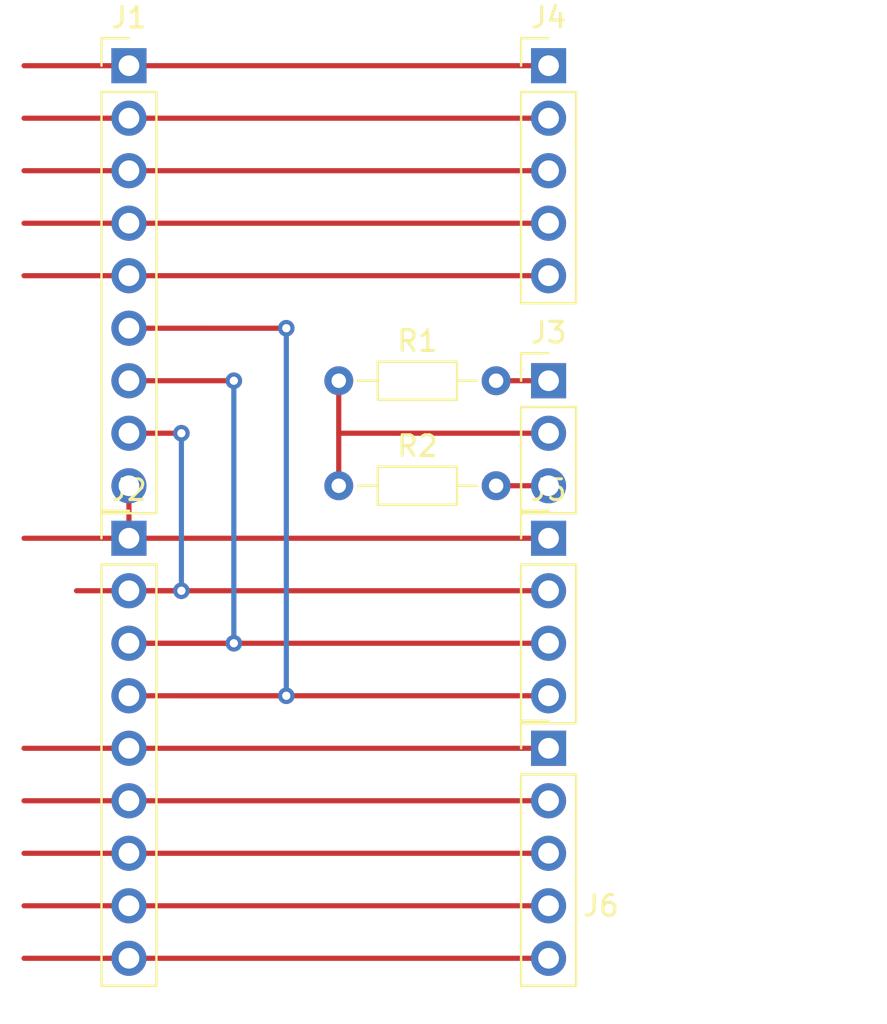
<source format=kicad_pcb>
(kicad_pcb (version 20221018) (generator pcbnew)
  (layers (0 "F.Cu" signal) (31 "B.Cu" signal) (34 "B.Paste" user) (35 "F.Paste" user) (36 "B.SilkS" user "B.Silkscreen") (37 "F.SilkS" user "F.Silkscreen") (38 "B.Mask" user) (39 "F.Mask" user) (44 "Edge.Cuts" user))
  (net 0 "")
  (net 1 "Net-(J1-Pin_1)")
  (net 2 "Net-(J1-Pin_2)")
  (net 3 "Net-(J1-Pin_3)")
  (net 4 "Net-(J1-Pin_4)")
  (net 5 "Net-(J1-Pin_5)")
  (net 6 "Net-(J1-Pin_6)")
  (net 7 "Net-(J1-Pin_7)")
  (net 8 "Net-(J1-Pin_8)")
  (net 9 "Net-(J1-Pin_9)")
  (net 10 "Net-(J2-Pin_5)")
  (net 11 "Net-(J2-Pin_6)")
  (net 12 "Net-(J2-Pin_7)")
  (net 13 "Net-(J2-Pin_8)")
  (net 14 "Net-(J2-Pin_9)")
  (net 15 "Net-(J3-Pin_1)")
  (net 16 "Net-(J3-Pin_2)")
  (net 17 "Net-(J3-Pin_3)")
  (footprint "Resistor_THT:R_Axial_DIN0204_L3.6mm_D1.6mm_P7.62mm_Horizontal" (layer "F.Cu") (at 144.78 78.74)
    (fp_text reference "R1" (at 3.81 -1.92) (layer "F.SilkS"))
    (fp_text value "220k")
    (fp_line (start 0.94 0) (end 1.89 0) (stroke (width 0.12)) (layer "F.SilkS"))
    (fp_line (start 1.89 -0.92) (end 1.89 0.92) (stroke (width 0.12)) (layer "F.SilkS"))
    (fp_line (start 1.89 0.92) (end 5.73 0.92) (stroke (width 0.12)) (layer "F.SilkS"))
    (fp_line (start 5.73 -0.92) (end 1.89 -0.92) (stroke (width 0.12)) (layer "F.SilkS"))
    (fp_line (start 5.73 0.92) (end 5.73 -0.92) (stroke (width 0.12)) (layer "F.SilkS"))
    (fp_line (start 6.68 0) (end 5.73 0) (stroke (width 0.12)) (layer "F.SilkS"))
    (pad "1" thru_hole circle (at 0 0) (size 1.4 1.4) (drill 0.7) (layers "*.Cu" "*.Mask") (net 16 "Net-(J3-Pin_2)"))
    (pad "2" thru_hole oval (at 7.62 0) (size 1.4 1.4) (drill 0.7) (layers "*.Cu" "*.Mask") (net 15 "Net-(J3-Pin_1)"))
  )
  (footprint "Resistor_THT:R_Axial_DIN0204_L3.6mm_D1.6mm_P7.62mm_Horizontal" (layer "F.Cu") (at 144.78 83.82)
    (fp_text reference "R2" (at 3.81 -1.92) (layer "F.SilkS"))
    (fp_text value "220k")
    (fp_line (start 0.94 0) (end 1.89 0) (stroke (width 0.12)) (layer "F.SilkS"))
    (fp_line (start 1.89 -0.92) (end 1.89 0.92) (stroke (width 0.12)) (layer "F.SilkS"))
    (fp_line (start 1.89 0.92) (end 5.73 0.92) (stroke (width 0.12)) (layer "F.SilkS"))
    (fp_line (start 5.73 -0.92) (end 1.89 -0.92) (stroke (width 0.12)) (layer "F.SilkS"))
    (fp_line (start 5.73 0.92) (end 5.73 -0.92) (stroke (width 0.12)) (layer "F.SilkS"))
    (fp_line (start 6.68 0) (end 5.73 0) (stroke (width 0.12)) (layer "F.SilkS"))
    (pad "1" thru_hole circle (at 0 0) (size 1.4 1.4) (drill 0.7) (layers "*.Cu" "*.Mask") (net 16 "Net-(J3-Pin_2)"))
    (pad "2" thru_hole oval (at 7.62 0) (size 1.4 1.4) (drill 0.7) (layers "*.Cu" "*.Mask") (net 17 "Net-(J3-Pin_3)"))
  )
  (footprint "Connector_PinHeader_2.54mm:PinHeader_1x05_P2.54mm_Vertical" (layer "F.Cu") (at 154.94 63.5)
    (fp_text reference "J4" (at 0 -2.33) (layer "F.SilkS"))
    (fp_text value "Conn_01x05_Pin")
    (fp_line (start -1.33 -1.33) (end 0 -1.33) (stroke (width 0.12)) (layer "F.SilkS"))
    (fp_line (start -1.33 0) (end -1.33 -1.33) (stroke (width 0.12)) (layer "F.SilkS"))
    (fp_line (start -1.33 1.27) (end -1.33 11.49) (stroke (width 0.12)) (layer "F.SilkS"))
    (fp_line (start -1.33 1.27) (end 1.33 1.27) (stroke (width 0.12)) (layer "F.SilkS"))
    (fp_line (start -1.33 11.49) (end 1.33 11.49) (stroke (width 0.12)) (layer "F.SilkS"))
    (fp_line (start 1.33 1.27) (end 1.33 11.49) (stroke (width 0.12)) (layer "F.SilkS"))
    (pad "1" thru_hole rect (at 0 0) (size 1.7 1.7) (drill 1) (layers "*.Cu" "*.Mask") (net 1 "Net-(J1-Pin_1)"))
    (pad "2" thru_hole oval (at 0 2.54) (size 1.7 1.7) (drill 1) (layers "*.Cu" "*.Mask") (net 2 "Net-(J1-Pin_2)"))
    (pad "3" thru_hole oval (at 0 5.08) (size 1.7 1.7) (drill 1) (layers "*.Cu" "*.Mask") (net 3 "Net-(J1-Pin_3)"))
    (pad "4" thru_hole oval (at 0 7.62) (size 1.7 1.7) (drill 1) (layers "*.Cu" "*.Mask") (net 4 "Net-(J1-Pin_4)"))
    (pad "5" thru_hole oval (at 0 10.16) (size 1.7 1.7) (drill 1) (layers "*.Cu" "*.Mask") (net 5 "Net-(J1-Pin_5)"))
  )
  (footprint "Connector_PinHeader_2.54mm:PinHeader_1x09_P2.54mm_Vertical" (layer "F.Cu") (at 134.62 63.5)
    (fp_text reference "J1" (at 0 -2.33) (layer "F.SilkS"))
    (fp_text value "Conn_01x09_Pin")
    (fp_line (start -1.33 -1.33) (end 0 -1.33) (stroke (width 0.12)) (layer "F.SilkS"))
    (fp_line (start -1.33 0) (end -1.33 -1.33) (stroke (width 0.12)) (layer "F.SilkS"))
    (fp_line (start -1.33 1.27) (end -1.33 21.65) (stroke (width 0.12)) (layer "F.SilkS"))
    (fp_line (start -1.33 1.27) (end 1.33 1.27) (stroke (width 0.12)) (layer "F.SilkS"))
    (fp_line (start -1.33 21.65) (end 1.33 21.65) (stroke (width 0.12)) (layer "F.SilkS"))
    (fp_line (start 1.33 1.27) (end 1.33 21.65) (stroke (width 0.12)) (layer "F.SilkS"))
    (pad "1" thru_hole rect (at 0 0) (size 1.7 1.7) (drill 1) (layers "*.Cu" "*.Mask") (net 1 "Net-(J1-Pin_1)"))
    (pad "2" thru_hole oval (at 0 2.54) (size 1.7 1.7) (drill 1) (layers "*.Cu" "*.Mask") (net 2 "Net-(J1-Pin_2)"))
    (pad "3" thru_hole oval (at 0 5.08) (size 1.7 1.7) (drill 1) (layers "*.Cu" "*.Mask") (net 3 "Net-(J1-Pin_3)"))
    (pad "4" thru_hole oval (at 0 7.62) (size 1.7 1.7) (drill 1) (layers "*.Cu" "*.Mask") (net 4 "Net-(J1-Pin_4)"))
    (pad "5" thru_hole oval (at 0 10.16) (size 1.7 1.7) (drill 1) (layers "*.Cu" "*.Mask") (net 5 "Net-(J1-Pin_5)"))
    (pad "6" thru_hole oval (at 0 12.7) (size 1.7 1.7) (drill 1) (layers "*.Cu" "*.Mask") (net 6 "Net-(J1-Pin_6)"))
    (pad "7" thru_hole oval (at 0 15.24) (size 1.7 1.7) (drill 1) (layers "*.Cu" "*.Mask") (net 7 "Net-(J1-Pin_7)"))
    (pad "8" thru_hole oval (at 0 17.78) (size 1.7 1.7) (drill 1) (layers "*.Cu" "*.Mask") (net 8 "Net-(J1-Pin_8)"))
    (pad "9" thru_hole oval (at 0 20.32) (size 1.7 1.7) (drill 1) (layers "*.Cu" "*.Mask") (net 9 "Net-(J1-Pin_9)"))
  )
  (footprint "Connector_PinHeader_2.54mm:PinHeader_1x03_P2.54mm_Vertical" (layer "F.Cu") (at 154.94 78.74)
    (fp_text reference "J3" (at 0 -2.33) (layer "F.SilkS"))
    (fp_text value "Conn_01x03_Pin")
    (fp_line (start -1.33 -1.33) (end 0 -1.33) (stroke (width 0.12)) (layer "F.SilkS"))
    (fp_line (start -1.33 0) (end -1.33 -1.33) (stroke (width 0.12)) (layer "F.SilkS"))
    (fp_line (start -1.33 1.27) (end -1.33 6.41) (stroke (width 0.12)) (layer "F.SilkS"))
    (fp_line (start -1.33 1.27) (end 1.33 1.27) (stroke (width 0.12)) (layer "F.SilkS"))
    (fp_line (start -1.33 6.41) (end 1.33 6.41) (stroke (width 0.12)) (layer "F.SilkS"))
    (fp_line (start 1.33 1.27) (end 1.33 6.41) (stroke (width 0.12)) (layer "F.SilkS"))
    (pad "1" thru_hole rect (at 0 0) (size 1.7 1.7) (drill 1) (layers "*.Cu" "*.Mask") (net 15 "Net-(J3-Pin_1)"))
    (pad "2" thru_hole oval (at 0 2.54) (size 1.7 1.7) (drill 1) (layers "*.Cu" "*.Mask") (net 16 "Net-(J3-Pin_2)"))
    (pad "3" thru_hole oval (at 0 5.08) (size 1.7 1.7) (drill 1) (layers "*.Cu" "*.Mask") (net 17 "Net-(J3-Pin_3)"))
  )
  (footprint "Connector_PinHeader_2.54mm:PinHeader_1x09_P2.54mm_Vertical" (layer "F.Cu") (at 134.62 86.36)
    (fp_text reference "J2" (at 0 -2.33) (layer "F.SilkS"))
    (fp_text value "Conn_01x09_Pin")
    (fp_line (start -1.33 -1.33) (end 0 -1.33) (stroke (width 0.12)) (layer "F.SilkS"))
    (fp_line (start -1.33 0) (end -1.33 -1.33) (stroke (width 0.12)) (layer "F.SilkS"))
    (fp_line (start -1.33 1.27) (end -1.33 21.65) (stroke (width 0.12)) (layer "F.SilkS"))
    (fp_line (start -1.33 1.27) (end 1.33 1.27) (stroke (width 0.12)) (layer "F.SilkS"))
    (fp_line (start -1.33 21.65) (end 1.33 21.65) (stroke (width 0.12)) (layer "F.SilkS"))
    (fp_line (start 1.33 1.27) (end 1.33 21.65) (stroke (width 0.12)) (layer "F.SilkS"))
    (pad "1" thru_hole rect (at 0 0) (size 1.7 1.7) (drill 1) (layers "*.Cu" "*.Mask") (net 9 "Net-(J1-Pin_9)"))
    (pad "2" thru_hole oval (at 0 2.54) (size 1.7 1.7) (drill 1) (layers "*.Cu" "*.Mask") (net 8 "Net-(J1-Pin_8)"))
    (pad "3" thru_hole oval (at 0 5.08) (size 1.7 1.7) (drill 1) (layers "*.Cu" "*.Mask") (net 7 "Net-(J1-Pin_7)"))
    (pad "4" thru_hole oval (at 0 7.62) (size 1.7 1.7) (drill 1) (layers "*.Cu" "*.Mask") (net 6 "Net-(J1-Pin_6)"))
    (pad "5" thru_hole oval (at 0 10.16) (size 1.7 1.7) (drill 1) (layers "*.Cu" "*.Mask") (net 10 "Net-(J2-Pin_5)"))
    (pad "6" thru_hole oval (at 0 12.7) (size 1.7 1.7) (drill 1) (layers "*.Cu" "*.Mask") (net 11 "Net-(J2-Pin_6)"))
    (pad "7" thru_hole oval (at 0 15.24) (size 1.7 1.7) (drill 1) (layers "*.Cu" "*.Mask") (net 12 "Net-(J2-Pin_7)"))
    (pad "8" thru_hole oval (at 0 17.78) (size 1.7 1.7) (drill 1) (layers "*.Cu" "*.Mask") (net 13 "Net-(J2-Pin_8)"))
    (pad "9" thru_hole oval (at 0 20.32) (size 1.7 1.7) (drill 1) (layers "*.Cu" "*.Mask") (net 14 "Net-(J2-Pin_9)"))
  )
  (footprint "Connector_PinHeader_2.54mm:PinHeader_1x04_P2.54mm_Vertical" (layer "F.Cu") (at 154.94 86.36)
    (fp_text reference "J5" (at 0 -2.33) (layer "F.SilkS"))
    (fp_text value "Conn_01x04_Pin")
    (fp_line (start -1.33 -1.33) (end 0 -1.33) (stroke (width 0.12)) (layer "F.SilkS"))
    (fp_line (start -1.33 0) (end -1.33 -1.33) (stroke (width 0.12)) (layer "F.SilkS"))
    (fp_line (start -1.33 1.27) (end -1.33 8.95) (stroke (width 0.12)) (layer "F.SilkS"))
    (fp_line (start -1.33 1.27) (end 1.33 1.27) (stroke (width 0.12)) (layer "F.SilkS"))
    (fp_line (start -1.33 8.95) (end 1.33 8.95) (stroke (width 0.12)) (layer "F.SilkS"))
    (fp_line (start 1.33 1.27) (end 1.33 8.95) (stroke (width 0.12)) (layer "F.SilkS"))
    (pad "1" thru_hole rect (at 0 0) (size 1.7 1.7) (drill 1) (layers "*.Cu" "*.Mask") (net 9 "Net-(J1-Pin_9)"))
    (pad "2" thru_hole oval (at 0 2.54) (size 1.7 1.7) (drill 1) (layers "*.Cu" "*.Mask") (net 8 "Net-(J1-Pin_8)"))
    (pad "3" thru_hole oval (at 0 5.08) (size 1.7 1.7) (drill 1) (layers "*.Cu" "*.Mask") (net 7 "Net-(J1-Pin_7)"))
    (pad "4" thru_hole oval (at 0 7.62) (size 1.7 1.7) (drill 1) (layers "*.Cu" "*.Mask") (net 6 "Net-(J1-Pin_6)"))
  )
  (footprint "Connector_PinHeader_2.54mm:PinHeader_1x05_P2.54mm_Vertical" (layer "F.Cu") (at 154.94 96.52)
    (fp_text reference "J6" (at 2.54 7.62) (layer "F.SilkS"))
    (fp_text value "Conn_01x05_Pin")
    (fp_line (start -1.33 -1.33) (end 0 -1.33) (stroke (width 0.12)) (layer "F.SilkS"))
    (fp_line (start -1.33 0) (end -1.33 -1.33) (stroke (width 0.12)) (layer "F.SilkS"))
    (fp_line (start -1.33 1.27) (end -1.33 11.49) (stroke (width 0.12)) (layer "F.SilkS"))
    (fp_line (start -1.33 1.27) (end 1.33 1.27) (stroke (width 0.12)) (layer "F.SilkS"))
    (fp_line (start -1.33 11.49) (end 1.33 11.49) (stroke (width 0.12)) (layer "F.SilkS"))
    (fp_line (start 1.33 1.27) (end 1.33 11.49) (stroke (width 0.12)) (layer "F.SilkS"))
    (pad "1" thru_hole rect (at 0 0) (size 1.7 1.7) (drill 1) (layers "*.Cu" "*.Mask") (net 10 "Net-(J2-Pin_5)"))
    (pad "2" thru_hole oval (at 0 2.54) (size 1.7 1.7) (drill 1) (layers "*.Cu" "*.Mask") (net 11 "Net-(J2-Pin_6)"))
    (pad "3" thru_hole oval (at 0 5.08) (size 1.7 1.7) (drill 1) (layers "*.Cu" "*.Mask") (net 12 "Net-(J2-Pin_7)"))
    (pad "4" thru_hole oval (at 0 7.62) (size 1.7 1.7) (drill 1) (layers "*.Cu" "*.Mask") (net 13 "Net-(J2-Pin_8)"))
    (pad "5" thru_hole oval (at 0 10.16) (size 1.7 1.7) (drill 1) (layers "*.Cu" "*.Mask") (net 14 "Net-(J2-Pin_9)"))
  )
  (segment (start 129.54 63.5) (end 154.94 63.5) (width 0.25) (layer "F.Cu") (net 1))
  (segment (start 129.54 66.04) (end 154.94 66.04) (width 0.25) (layer "F.Cu") (net 2))
  (segment (start 129.54 68.58) (end 154.94 68.58) (width 0.25) (layer "F.Cu") (net 3))
  (segment (start 129.54 71.12) (end 154.94 71.12) (width 0.25) (layer "F.Cu") (net 4))
  (segment (start 129.54 73.66) (end 154.94 73.66) (width 0.25) (layer "F.Cu") (net 5))
  (segment (start 134.62 93.98) (end 142.24 93.98) (width 0.25) (layer "F.Cu") (net 6))
  (segment (start 137.16 93.98) (end 154.94 93.98) (width 0.25) (layer "F.Cu") (net 6))
  (segment (start 134.62 76.2) (end 138.185305 76.2) (width 0.25) (layer "F.Cu") (net 6))
  (segment (start 138.185305 76.2) (end 142.24 76.2) (width 0.25) (layer "F.Cu") (net 6))
  (via (at 142.24 93.98) (size 0.8) (drill 0.4) (layers "F.Cu" "B.Cu") (net 6))
  (via (at 142.24 76.2) (size 0.8) (drill 0.4) (layers "F.Cu" "B.Cu") (net 6))
  (segment (start 142.24 76.2) (end 142.24 93.98) (width 0.25) (layer "B.Cu") (net 6))
  (segment (start 134.62 91.44) (end 139.7 91.44) (width 0.25) (layer "F.Cu") (net 7))
  (segment (start 134.62 78.74) (end 139.7 78.74) (width 0.25) (layer "F.Cu") (net 7))
  (segment (start 134.62 91.44) (end 154.94 91.44) (width 0.25) (layer "F.Cu") (net 7))
  (via (at 139.7 78.74) (size 0.8) (drill 0.4) (layers "F.Cu" "B.Cu") (net 7))
  (via (at 139.7 91.44) (size 0.8) (drill 0.4) (layers "F.Cu" "B.Cu") (net 7))
  (segment (start 139.7 78.74) (end 139.7 91.44) (width 0.25) (layer "B.Cu") (net 7))
  (segment (start 134.62 81.28) (end 137.16 81.28) (width 0.25) (layer "F.Cu") (net 8))
  (segment (start 132.08 88.9) (end 154.94 88.9) (width 0.25) (layer "F.Cu") (net 8))
  (segment (start 134.62 88.9) (end 137.16 88.9) (width 0.25) (layer "F.Cu") (net 8))
  (via (at 137.16 88.9) (size 0.8) (drill 0.4) (layers "F.Cu" "B.Cu") (net 8))
  (via (at 137.16 81.28) (size 0.8) (drill 0.4) (layers "F.Cu" "B.Cu") (net 8))
  (segment (start 137.16 81.28) (end 137.16 88.9) (width 0.25) (layer "B.Cu") (net 8))
  (segment (start 134.62 83.82) (end 134.62 86.36) (width 0.25) (layer "F.Cu") (net 9))
  (segment (start 129.54 86.36) (end 154.94 86.36) (width 0.25) (layer "F.Cu") (net 9))
  (segment (start 129.54 96.52) (end 154.94 96.52) (width 0.25) (layer "F.Cu") (net 10))
  (segment (start 129.54 99.06) (end 154.94 99.06) (width 0.25) (layer "F.Cu") (net 11))
  (segment (start 129.54 101.6) (end 154.94 101.6) (width 0.25) (layer "F.Cu") (net 12))
  (segment (start 129.54 104.14) (end 154.94 104.14) (width 0.25) (layer "F.Cu") (net 13))
  (segment (start 129.54 106.68) (end 154.94 106.68) (width 0.25) (layer "F.Cu") (net 14))
  (segment (start 152.4 78.74) (end 154.94 78.74) (width 0.25) (layer "F.Cu") (net 15))
  (segment (start 144.78 78.74) (end 144.78 81.28) (width 0.25) (layer "F.Cu") (net 16))
  (segment (start 144.78 81.28) (end 144.78 83.82) (width 0.25) (layer "F.Cu") (net 16))
  (segment (start 154.94 81.28) (end 144.78 81.28) (width 0.25) (layer "F.Cu") (net 16))
  (segment (start 152.4 83.82) (end 154.94 83.82) (width 0.25) (layer "F.Cu") (net 17))
)
</source>
